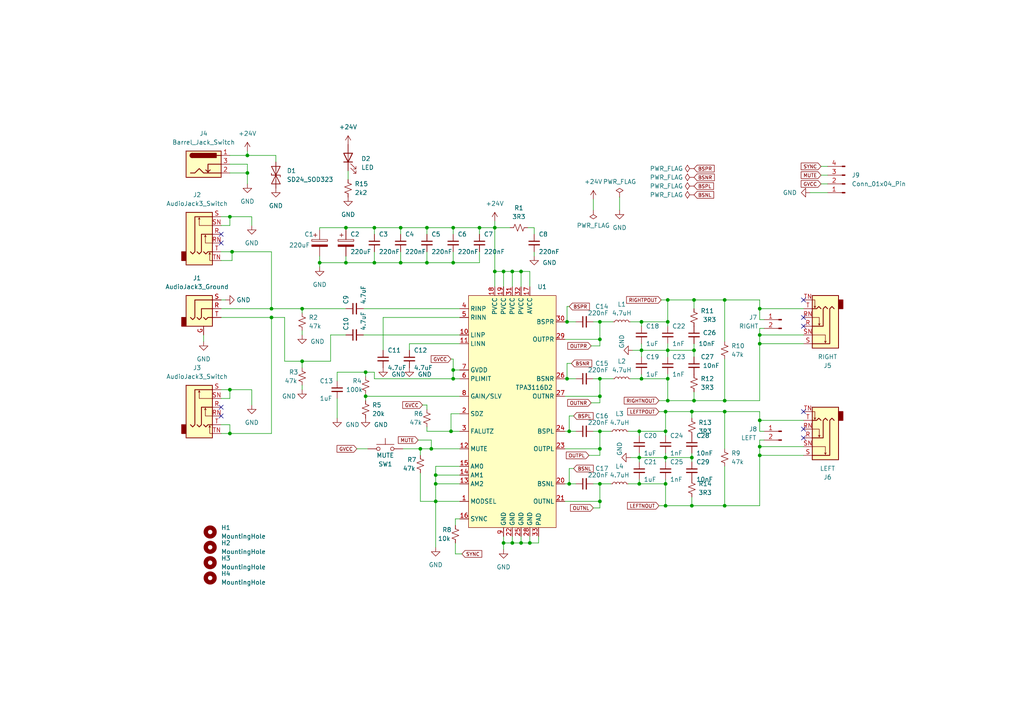
<source format=kicad_sch>
(kicad_sch (version 20230121) (generator eeschema)
  (paper "A4")
  (title_block (title "TPA3116D2 Breakout") (date "2024-04-25") (rev "1"))
  (lib_symbols
    (symbol "Connector:Barrel_Jack_Switch" (pin_names hide)
      (property "Reference" "J" (at 0 5.334 0))
      (property "Value" "Barrel_Jack_Switch" (at 0 -5.08 0))
      (symbol "Barrel_Jack_Switch_1_1"
        (pin passive line (at 7.62 2.54 180) (length 2.54) (name "~") (number "1"))
        (pin passive line (at 7.62 -2.54 180) (length 2.54) (name "~") (number "2"))
        (pin passive line (at 7.62 0 180) (length 2.54) (name "~") (number "3"))
      )
    )
    (symbol "Connector:Conn_01x02_Pin" (pin_names (offset 1.016) hide)
      (property "Reference" "J" (at 0 2.54 0))
      (property "Value" "Conn_01x02_Pin" (at 0 -5.08 0))
      (symbol "Conn_01x02_Pin_1_1"
        (pin passive line (at 5.08 0 180) (length 3.81) (name "Pin_1") (number "1"))
        (pin passive line (at 5.08 -2.54 180) (length 3.81) (name "Pin_2") (number "2"))
      )
    )
    (symbol "Connector:Conn_01x04_Pin" (pin_names (offset 1.016) hide)
      (property "Reference" "J" (at 0 5.08 0))
      (property "Value" "Conn_01x04_Pin" (at 0 -7.62 0))
      (symbol "Conn_01x04_Pin_1_1"
        (pin passive line (at 5.08 2.54 180) (length 3.81) (name "Pin_1") (number "1"))
        (pin passive line (at 5.08 0 180) (length 3.81) (name "Pin_2") (number "2"))
        (pin passive line (at 5.08 -2.54 180) (length 3.81) (name "Pin_3") (number "3"))
        (pin passive line (at 5.08 -5.08 180) (length 3.81) (name "Pin_4") (number "4"))
      )
    )
    (symbol "Connector_Audio:AudioJack3_Switch"
      (property "Reference" "J" (at 0 11.43 0))
      (property "Value" "AudioJack3_Switch" (at 0 8.89 0))
      (symbol "AudioJack3_Switch_1_1"
        (pin passive line (at 5.08 0 180) (length 2.54) (name "~") (number "R"))
        (pin passive line (at 5.08 -2.54 180) (length 2.54) (name "~") (number "RN"))
        (pin passive line (at 5.08 5.08 180) (length 2.54) (name "~") (number "S"))
        (pin passive line (at 5.08 2.54 180) (length 2.54) (name "~") (number "SN"))
        (pin passive line (at 5.08 -5.08 180) (length 2.54) (name "~") (number "T"))
        (pin passive line (at 5.08 -7.62 180) (length 2.54) (name "~") (number "TN"))
      )
    )
    (symbol "Device:C_Polarized" (pin_numbers hide) (pin_names (offset 0.254))
      (property "Reference" "C" (at 0.635 2.54 0))
      (property "Value" "C_Polarized" (at 0.635 -2.54 0))
      (symbol "C_Polarized_1_1"
        (pin passive line (at 0 3.81 270) (length 2.794) (name "~") (number "1"))
        (pin passive line (at 0 -3.81 90) (length 2.794) (name "~") (number "2"))
      )
    )
    (symbol "Device:C_Small" (pin_numbers hide) (pin_names (offset 0.254) hide)
      (property "Reference" "C" (at 0.254 1.778 0))
      (property "Value" "C_Small" (at 0.254 -2.032 0))
      (symbol "C_Small_1_1"
        (pin passive line (at 0 2.54 270) (length 2.032) (name "~") (number "1"))
        (pin passive line (at 0 -2.54 90) (length 2.032) (name "~") (number "2"))
      )
    )
    (symbol "Device:LED" (pin_numbers hide) (pin_names (offset 1.016) hide)
      (property "Reference" "D" (at 0 2.54 0))
      (property "Value" "LED" (at 0 -2.54 0))
      (symbol "LED_1_1"
        (pin passive line (at -3.81 0 0) (length 2.54) (name "K") (number "1"))
        (pin passive line (at 3.81 0 180) (length 2.54) (name "A") (number "2"))
      )
    )
    (symbol "Device:L_Small" (pin_numbers hide) (pin_names (offset 0.254) hide)
      (property "Reference" "L" (at 0.762 1.016 0))
      (property "Value" "L_Small" (at 0.762 -1.016 0))
      (symbol "L_Small_1_1"
        (pin passive line (at 0 2.54 270) (length 0.508) (name "~") (number "1"))
        (pin passive line (at 0 -2.54 90) (length 0.508) (name "~") (number "2"))
      )
    )
    (symbol "Device:R_Small_US" (pin_numbers hide) (pin_names (offset 0.254) hide)
      (property "Reference" "R" (at 0.762 0.508 0))
      (property "Value" "R_Small_US" (at 0.762 -1.016 0))
      (symbol "R_Small_US_1_1"
        (pin passive line (at 0 2.54 270) (length 1.016) (name "~") (number "1"))
        (pin passive line (at 0 -2.54 90) (length 1.016) (name "~") (number "2"))
      )
    )
    (symbol "Diode:SD24_SOD323" (pin_numbers hide) (pin_names (offset 1.016) hide)
      (property "Reference" "D" (at 0 2.54 0))
      (property "Value" "SD24_SOD323" (at 0 -2.54 0))
      (symbol "SD24_SOD323_1_1"
        (pin passive line (at -3.81 0 0) (length 2.54) (name "A1") (number "1"))
        (pin passive line (at 3.81 0 180) (length 2.54) (name "A2") (number "2"))
      )
    )
    (symbol "EzerLonginus:AudioJack3_Ground"
      (property "Reference" "J" (at 0 8.89 0))
      (property "Value" "AudioJack3_Ground" (at 0 6.35 0))
      (symbol "AudioJack3_Ground_1_1"
        (pin passive line (at 0 -7.62 90) (length 2.54) (name "~") (number "G"))
        (pin passive line (at 5.08 0 180) (length 2.54) (name "~") (number "R"))
        (pin passive line (at 5.08 2.54 180) (length 2.54) (name "~") (number "S"))
        (pin passive line (at 5.08 -2.54 180) (length 2.54) (name "~") (number "T"))
      )
    )
    (symbol "EzerLonginus:TPA3116D2"
      (property "Reference" "U" (at 5.08 26.67 0))
      (symbol "TPA3116D2_1_1"
        (pin input line (at -16.51 -19.05 0) (length 2.54) (name "MODSEL") (number "1"))
        (pin input line (at -16.51 29.21 0) (length 2.54) (name "LINP") (number "10"))
        (pin input line (at -16.51 26.67 0) (length 2.54) (name "LINN") (number "11"))
        (pin input line (at -16.51 -3.81 0) (length 2.54) (name "MUTE") (number "12"))
        (pin input line (at -16.51 -13.97 0) (length 2.54) (name "AM2") (number "13"))
        (pin input line (at -16.51 -11.43 0) (length 2.54) (name "AM1") (number "14"))
        (pin input line (at -16.51 -8.89 0) (length 2.54) (name "AM0") (number "15"))
        (pin bidirectional line (at -16.51 -24.13 0) (length 2.54) (name "SYNC") (number "16"))
        (pin power_in line (at 3.81 43.18 270) (length 2.54) (name "AVCC") (number "17"))
        (pin power_in line (at -6.35 43.18 270) (length 2.54) (name "PVCC") (number "18"))
        (pin power_in line (at -3.81 43.18 270) (length 2.54) (name "PVCC") (number "19"))
        (pin input line (at -16.51 6.35 0) (length 2.54) (name "SDZ") (number "2"))
        (pin power_in line (at 13.97 -13.97 180) (length 2.54) (name "BSNL") (number "20"))
        (pin power_out line (at 13.97 -19.05 180) (length 2.54) (name "OUTNL") (number "21"))
        (pin power_in line (at -1.27 -29.21 90) (length 2.54) (name "GND") (number "22"))
        (pin power_out line (at 13.97 -3.81 180) (length 2.54) (name "OUTPL") (number "23"))
        (pin power_in line (at 13.97 1.27 180) (length 2.54) (name "BSPL") (number "24"))
        (pin power_in line (at 1.27 -29.21 90) (length 2.54) (name "GND") (number "25"))
        (pin power_in line (at 13.97 16.51 180) (length 2.54) (name "BSNR") (number "26"))
        (pin power_out line (at 13.97 11.43 180) (length 2.54) (name "OUTNR") (number "27"))
        (pin power_in line (at 3.81 -29.21 90) (length 2.54) (name "GND") (number "28"))
        (pin power_out line (at 13.97 27.94 180) (length 2.54) (name "OUTPR") (number "29"))
        (pin output line (at -16.51 1.27 0) (length 2.54) (name "FALUTZ") (number "3"))
        (pin power_in line (at 13.97 33.02 180) (length 2.54) (name "BSPR") (number "30"))
        (pin power_in line (at -1.27 43.18 270) (length 2.54) (name "PVCC") (number "31"))
        (pin power_in line (at 1.27 43.18 270) (length 2.54) (name "PVCC") (number "32"))
        (pin power_in line (at 6.35 -29.21 90) (length 2.54) (name "PAD") (number "33"))
        (pin input line (at -16.51 36.83 0) (length 2.54) (name "RINP") (number "4"))
        (pin input line (at -16.51 34.29 0) (length 2.54) (name "RINN") (number "5"))
        (pin input line (at -16.51 16.51 0) (length 2.54) (name "PLIMIT") (number "6"))
        (pin power_out line (at -16.51 19.05 0) (length 2.54) (name "GVDD") (number "7"))
        (pin input line (at -16.51 11.43 0) (length 2.54) (name "GAIN/SLV") (number "8"))
        (pin power_in line (at -3.81 -29.21 90) (length 2.54) (name "GND") (number "9"))
      )
    )
    (symbol "Mechanical:MountingHole" (pin_names (offset 1.016))
      (property "Reference" "H" (at 0 5.08 0))
      (property "Value" "MountingHole" (at 0 3.175 0))
    )
    (symbol "Switch:SW_Push" (pin_numbers hide) (pin_names (offset 1.016) hide)
      (property "Reference" "SW" (at 1.27 2.54 0))
      (property "Value" "SW_Push" (at 0 -1.524 0))
      (symbol "SW_Push_0_1"
        (pin passive line (at -5.08 0 0) (length 2.54) (name "1") (number "1"))
        (pin passive line (at 5.08 0 180) (length 2.54) (name "2") (number "2"))
      )
    )
    (symbol "power:+24V" (power) (pin_names (offset 0))
      (property "Value" "+24V" (at 0 3.556 0))
      (symbol "+24V_1_1"
        (pin power_in line (at 0 0 90) (length 0) hide (name "+24V") (number "1"))
      )
    )
    (symbol "power:GND" (power) (pin_names (offset 0))
      (property "Value" "GND" (at 0 -3.81 0))
      (symbol "GND_1_1"
        (pin power_in line (at 0 0 270) (length 0) hide (name "GND") (number "1"))
      )
    )
    (symbol "power:PWR_FLAG" (power) (pin_numbers hide) (pin_names (offset 0) hide)
      (property "Value" "PWR_FLAG" (at 0 3.81 0))
      (symbol "PWR_FLAG_0_0"
        (pin power_out line (at 0 0 90) (length 0) (name "pwr") (number "1"))
      )
    )
  )
  (junction (at 193.04 132.715))
  (junction (at 126.365 140.335))
  (junction (at 210.185 119.38))
  (junction (at 92.71 76.2))
  (junction (at 153.67 157.48))
  (junction (at 131.445 107.315))
  (junction (at 185.42 132.715))
  (junction (at 200.66 132.715))
  (junction (at 173.99 98.425))
  (junction (at 87.63 104.775))
  (junction (at 126.365 145.415))
  (junction (at 165.1 125.095))
  (junction (at 151.13 157.48))
  (junction (at 173.99 93.345))
  (junction (at 193.04 140.335))
  (junction (at 116.205 76.2))
  (junction (at 78.74 89.535))
  (junction (at 139.065 66.04))
  (junction (at 151.13 78.74))
  (junction (at 210.185 86.995))
  (junction (at 193.675 109.855))
  (junction (at 66.675 125.73))
  (junction (at 220.345 129.54))
  (junction (at 143.51 66.04))
  (junction (at 193.04 119.38))
  (junction (at 106.045 107.95))
  (junction (at 173.99 109.855))
  (junction (at 193.04 125.095))
  (junction (at 186.055 109.855))
  (junction (at 210.185 116.205))
  (junction (at 131.445 76.2))
  (junction (at 200.66 146.685))
  (junction (at 71.755 50.165))
  (junction (at 201.295 86.995))
  (junction (at 126.365 137.795))
  (junction (at 66.675 113.03))
  (junction (at 108.585 66.04))
  (junction (at 173.99 145.415))
  (junction (at 164.465 109.855))
  (junction (at 123.825 66.04))
  (junction (at 146.05 78.74))
  (junction (at 193.04 146.685))
  (junction (at 100.33 66.04))
  (junction (at 220.345 89.535))
  (junction (at 125.095 130.175))
  (junction (at 71.755 45.085))
  (junction (at 173.99 130.175))
  (junction (at 200.66 119.38))
  (junction (at 100.33 76.2))
  (junction (at 123.825 76.2))
  (junction (at 67.31 73.025))
  (junction (at 146.05 157.48))
  (junction (at 106.045 114.935))
  (junction (at 193.675 86.995))
  (junction (at 201.295 116.205))
  (junction (at 173.99 125.095))
  (junction (at 186.055 101.6))
  (junction (at 173.99 114.935))
  (junction (at 148.59 157.48))
  (junction (at 186.055 93.345))
  (junction (at 116.205 66.04))
  (junction (at 185.42 140.335))
  (junction (at 173.99 140.335))
  (junction (at 193.675 93.345))
  (junction (at 66.675 62.865))
  (junction (at 87.63 89.535))
  (junction (at 220.345 99.695))
  (junction (at 210.185 146.685))
  (junction (at 78.74 92.075))
  (junction (at 185.42 125.095))
  (junction (at 220.345 97.155))
  (junction (at 164.465 93.345))
  (junction (at 165.1 140.335))
  (junction (at 201.295 101.6))
  (junction (at 143.51 78.74))
  (junction (at 131.445 109.855))
  (junction (at 193.675 101.6))
  (junction (at 220.345 132.08))
  (junction (at 220.345 121.92))
  (junction (at 108.585 76.2))
  (junction (at 130.81 125.095))
  (junction (at 131.445 66.04))
  (junction (at 193.675 116.205))
  (junction (at 148.59 78.74))
  (junction (at 121.92 130.175))
  (no_connect (at 233.045 86.995))
  (no_connect (at 64.135 120.65))
  (no_connect (at 64.135 70.485))
  (no_connect (at 233.045 92.075))
  (no_connect (at 233.045 119.38))
  (no_connect (at 64.135 67.945))
  (no_connect (at 233.045 94.615))
  (no_connect (at 64.135 118.11))
  (no_connect (at 233.045 127))
  (no_connect (at 233.045 124.46))
  (wire (pts (xy 116.205 66.04) (xy 108.585 66.04)))
  (wire (pts (xy 193.675 109.855) (xy 193.675 116.205)))
  (wire (pts (xy 64.135 113.03) (xy 66.675 113.03)))
  (wire (pts (xy 200.66 132.715) (xy 200.66 133.985)))
  (wire (pts (xy 133.35 150.495) (xy 132.08 150.495)))
  (wire (pts (xy 131.445 76.2) (xy 123.825 76.2)))
  (wire (pts (xy 108.585 109.855) (xy 131.445 109.855)))
  (wire (pts (xy 163.83 109.855) (xy 164.465 109.855)))
  (wire (pts (xy 106.045 114.935) (xy 106.045 116.205)))
  (wire (pts (xy 165.1 135.89) (xy 165.1 140.335)))
  (wire (pts (xy 100.33 66.04) (xy 100.33 66.675)))
  (wire (pts (xy 186.055 93.345) (xy 186.055 94.615)))
  (wire (pts (xy 210.185 104.14) (xy 210.185 116.205)))
  (wire (pts (xy 185.42 131.445) (xy 185.42 132.715)))
  (wire (pts (xy 118.745 99.695) (xy 118.745 101.6)))
  (wire (pts (xy 220.345 89.535) (xy 220.345 86.995)))
  (wire (pts (xy 64.135 89.535) (xy 78.74 89.535)))
  (wire (pts (xy 66.675 47.625) (xy 71.755 47.625)))
  (wire (pts (xy 186.055 101.6) (xy 186.055 103.505)))
  (wire (pts (xy 116.205 66.04) (xy 116.205 67.945)))
  (wire (pts (xy 173.99 109.855) (xy 172.085 109.855)))
  (wire (pts (xy 126.365 135.255) (xy 126.365 137.795)))
  (wire (pts (xy 240.03 53.34) (xy 238.125 53.34)))
  (wire (pts (xy 146.05 157.48) (xy 146.05 159.385)))
  (wire (pts (xy 193.675 116.205) (xy 201.295 116.205)))
  (wire (pts (xy 171.45 116.84) (xy 173.99 116.84)))
  (wire (pts (xy 132.08 157.48) (xy 132.08 160.655)))
  (wire (pts (xy 130.81 125.095) (xy 133.35 125.095)))
  (wire (pts (xy 179.705 60.96) (xy 179.705 57.15)))
  (wire (pts (xy 131.445 107.315) (xy 131.445 109.855)))
  (wire (pts (xy 201.295 113.665) (xy 201.295 116.205)))
  (wire (pts (xy 71.755 45.085) (xy 80.01 45.085)))
  (wire (pts (xy 132.08 160.655) (xy 133.985 160.655)))
  (wire (pts (xy 193.04 132.715) (xy 193.04 133.985)))
  (wire (pts (xy 233.045 97.155) (xy 220.345 97.155)))
  (wire (pts (xy 200.66 144.145) (xy 200.66 146.685)))
  (wire (pts (xy 173.99 140.335) (xy 172.085 140.335)))
  (wire (pts (xy 131.445 104.14) (xy 131.445 107.315)))
  (wire (pts (xy 165.1 140.335) (xy 167.005 140.335)))
  (wire (pts (xy 193.675 93.345) (xy 193.675 86.995)))
  (wire (pts (xy 126.365 137.795) (xy 133.35 137.795)))
  (wire (pts (xy 173.99 114.935) (xy 173.99 109.855)))
  (wire (pts (xy 193.675 86.995) (xy 201.295 86.995)))
  (wire (pts (xy 92.71 76.2) (xy 92.71 74.295)))
  (wire (pts (xy 185.42 125.095) (xy 193.04 125.095)))
  (wire (pts (xy 201.295 99.695) (xy 201.295 101.6)))
  (wire (pts (xy 173.99 93.345) (xy 172.085 93.345)))
  (wire (pts (xy 186.055 109.855) (xy 182.88 109.855)))
  (wire (pts (xy 65.405 86.995) (xy 64.135 86.995)))
  (wire (pts (xy 132.08 150.495) (xy 132.08 152.4)))
  (wire (pts (xy 131.445 73.025) (xy 131.445 76.2)))
  (wire (pts (xy 210.185 86.995) (xy 220.345 86.995)))
  (wire (pts (xy 154.94 66.04) (xy 154.94 67.945)))
  (wire (pts (xy 105.41 97.155) (xy 133.35 97.155)))
  (wire (pts (xy 185.42 140.335) (xy 193.04 140.335)))
  (wire (pts (xy 193.04 140.335) (xy 193.04 146.685)))
  (wire (pts (xy 143.51 66.04) (xy 139.065 66.04)))
  (wire (pts (xy 125.095 130.175) (xy 121.92 130.175)))
  (wire (pts (xy 163.83 114.935) (xy 173.99 114.935)))
  (wire (pts (xy 108.585 73.025) (xy 108.585 76.2)))
  (wire (pts (xy 193.04 125.095) (xy 193.04 119.38)))
  (wire (pts (xy 185.42 140.335) (xy 185.42 139.065)))
  (wire (pts (xy 210.185 119.38) (xy 220.345 119.38)))
  (wire (pts (xy 108.585 76.2) (xy 100.33 76.2)))
  (wire (pts (xy 121.285 127.635) (xy 125.095 127.635)))
  (wire (pts (xy 95.885 97.155) (xy 100.33 97.155)))
  (wire (pts (xy 165.1 88.9) (xy 164.465 88.9)))
  (wire (pts (xy 220.345 97.155) (xy 220.345 99.695)))
  (wire (pts (xy 210.185 86.995) (xy 210.185 99.06)))
  (wire (pts (xy 125.095 127.635) (xy 125.095 130.175)))
  (wire (pts (xy 164.465 88.9) (xy 164.465 93.345)))
  (wire (pts (xy 165.1 125.095) (xy 167.005 125.095)))
  (wire (pts (xy 80.01 45.085) (xy 80.01 46.99)))
  (wire (pts (xy 182.88 93.345) (xy 186.055 93.345)))
  (wire (pts (xy 64.135 123.19) (xy 66.675 123.19)))
  (wire (pts (xy 126.365 145.415) (xy 121.92 145.415)))
  (wire (pts (xy 201.295 86.995) (xy 210.185 86.995)))
  (wire (pts (xy 186.055 99.695) (xy 186.055 101.6)))
  (wire (pts (xy 122.555 117.475) (xy 123.825 117.475)))
  (wire (pts (xy 126.365 140.335) (xy 126.365 145.415)))
  (wire (pts (xy 170.815 132.08) (xy 173.99 132.08)))
  (wire (pts (xy 193.675 108.585) (xy 193.675 109.855)))
  (wire (pts (xy 130.81 104.14) (xy 131.445 104.14)))
  (wire (pts (xy 233.045 129.54) (xy 220.345 129.54)))
  (wire (pts (xy 66.675 50.165) (xy 71.755 50.165)))
  (wire (pts (xy 108.585 66.04) (xy 108.585 67.945)))
  (wire (pts (xy 66.675 125.73) (xy 78.74 125.73)))
  (wire (pts (xy 193.04 146.685) (xy 200.66 146.685)))
  (wire (pts (xy 173.99 109.855) (xy 177.8 109.855)))
  (wire (pts (xy 143.51 78.74) (xy 143.51 83.185)))
  (wire (pts (xy 95.885 104.775) (xy 95.885 97.155)))
  (wire (pts (xy 106.045 107.95) (xy 108.585 107.95)))
  (wire (pts (xy 171.45 100.33) (xy 173.99 100.33)))
  (wire (pts (xy 164.465 109.855) (xy 167.005 109.855)))
  (wire (pts (xy 233.045 121.92) (xy 220.345 121.92)))
  (wire (pts (xy 67.31 75.565) (xy 67.31 73.025)))
  (wire (pts (xy 67.31 73.025) (xy 78.74 73.025)))
  (wire (pts (xy 146.05 155.575) (xy 146.05 157.48)))
  (wire (pts (xy 97.79 121.285) (xy 97.79 115.57)))
  (wire (pts (xy 126.365 140.335) (xy 133.35 140.335)))
  (wire (pts (xy 100.965 49.53) (xy 100.965 52.07)))
  (wire (pts (xy 148.59 155.575) (xy 148.59 157.48)))
  (wire (pts (xy 191.135 146.685) (xy 193.04 146.685)))
  (wire (pts (xy 173.99 125.095) (xy 177.165 125.095)))
  (wire (pts (xy 173.99 98.425) (xy 173.99 93.345)))
  (wire (pts (xy 87.63 97.155) (xy 87.63 95.885)))
  (wire (pts (xy 139.065 76.2) (xy 131.445 76.2)))
  (wire (pts (xy 163.83 93.345) (xy 164.465 93.345)))
  (wire (pts (xy 163.83 125.095) (xy 165.1 125.095)))
  (wire (pts (xy 133.35 107.315) (xy 131.445 107.315)))
  (wire (pts (xy 71.755 50.165) (xy 71.755 53.34)))
  (wire (pts (xy 97.79 107.95) (xy 97.79 110.49)))
  (wire (pts (xy 220.345 132.08) (xy 220.345 146.685)))
  (wire (pts (xy 64.135 92.075) (xy 78.74 92.075)))
  (wire (pts (xy 106.045 109.22) (xy 106.045 107.95)))
  (wire (pts (xy 133.35 120.015) (xy 130.81 120.015)))
  (wire (pts (xy 78.74 73.025) (xy 78.74 89.535)))
  (wire (pts (xy 66.675 123.19) (xy 66.675 125.73)))
  (wire (pts (xy 133.35 130.175) (xy 125.095 130.175)))
  (wire (pts (xy 182.245 140.335) (xy 185.42 140.335)))
  (wire (pts (xy 185.42 125.095) (xy 185.42 126.365)))
  (wire (pts (xy 103.505 130.175) (xy 106.68 130.175)))
  (wire (pts (xy 220.345 127.635) (xy 220.345 129.54)))
  (wire (pts (xy 131.445 66.04) (xy 123.825 66.04)))
  (wire (pts (xy 92.71 66.04) (xy 92.71 66.675)))
  (wire (pts (xy 133.35 114.935) (xy 106.045 114.935)))
  (wire (pts (xy 200.66 119.38) (xy 210.185 119.38)))
  (wire (pts (xy 78.74 125.73) (xy 78.74 92.075)))
  (wire (pts (xy 221.615 95.25) (xy 220.345 95.25)))
  (wire (pts (xy 220.345 125.095) (xy 220.345 121.92)))
  (wire (pts (xy 133.35 92.075) (xy 111.125 92.075)))
  (wire (pts (xy 87.63 89.535) (xy 100.33 89.535)))
  (wire (pts (xy 183.515 101.6) (xy 186.055 101.6)))
  (wire (pts (xy 66.675 115.57) (xy 66.675 113.03)))
  (wire (pts (xy 221.615 92.71) (xy 220.345 92.71)))
  (wire (pts (xy 173.99 147.32) (xy 173.99 145.415)))
  (wire (pts (xy 166.37 135.89) (xy 165.1 135.89)))
  (wire (pts (xy 210.185 119.38) (xy 210.185 130.175)))
  (wire (pts (xy 240.03 48.26) (xy 238.125 48.26)))
  (wire (pts (xy 193.675 99.695) (xy 193.675 101.6)))
  (wire (pts (xy 201.295 116.205) (xy 210.185 116.205)))
  (wire (pts (xy 234.95 55.88) (xy 240.03 55.88)))
  (wire (pts (xy 100.33 76.2) (xy 92.71 76.2)))
  (wire (pts (xy 156.21 157.48) (xy 156.21 155.575)))
  (wire (pts (xy 130.81 120.015) (xy 130.81 125.095)))
  (wire (pts (xy 123.825 66.04) (xy 123.825 67.945)))
  (wire (pts (xy 240.03 50.8) (xy 238.125 50.8)))
  (wire (pts (xy 126.365 137.795) (xy 126.365 140.335)))
  (wire (pts (xy 105.41 89.535) (xy 133.35 89.535)))
  (wire (pts (xy 201.295 86.995) (xy 201.295 89.535)))
  (wire (pts (xy 133.35 99.695) (xy 118.745 99.695)))
  (wire (pts (xy 172.085 57.785) (xy 172.085 60.96)))
  (wire (pts (xy 233.045 89.535) (xy 220.345 89.535)))
  (wire (pts (xy 130.81 125.095) (xy 123.825 125.095)))
  (wire (pts (xy 126.365 145.415) (xy 133.35 145.415)))
  (wire (pts (xy 153.035 66.04) (xy 154.94 66.04)))
  (wire (pts (xy 151.13 157.48) (xy 153.67 157.48)))
  (wire (pts (xy 64.135 115.57) (xy 66.675 115.57)))
  (wire (pts (xy 121.92 145.415) (xy 121.92 137.16)))
  (wire (pts (xy 66.675 45.085) (xy 71.755 45.085)))
  (wire (pts (xy 193.675 93.345) (xy 193.675 94.615)))
  (wire (pts (xy 200.66 119.38) (xy 200.66 121.285)))
  (wire (pts (xy 173.99 125.095) (xy 172.085 125.095)))
  (wire (pts (xy 139.065 73.025) (xy 139.065 76.2)))
  (wire (pts (xy 151.13 78.74) (xy 153.67 78.74)))
  (wire (pts (xy 153.67 78.74) (xy 153.67 83.185)))
  (wire (pts (xy 92.71 76.2) (xy 92.71 77.47)))
  (wire (pts (xy 151.13 155.575) (xy 151.13 157.48)))
  (wire (pts (xy 182.88 132.715) (xy 185.42 132.715)))
  (wire (pts (xy 154.94 74.295) (xy 154.94 73.025)))
  (wire (pts (xy 64.135 62.865) (xy 66.675 62.865)))
  (wire (pts (xy 111.125 92.075) (xy 111.125 101.6)))
  (wire (pts (xy 123.825 66.04) (xy 116.205 66.04)))
  (wire (pts (xy 221.615 125.095) (xy 220.345 125.095)))
  (wire (pts (xy 121.92 130.175) (xy 121.92 132.08)))
  (wire (pts (xy 173.99 140.335) (xy 177.165 140.335)))
  (wire (pts (xy 146.05 78.74) (xy 148.59 78.74)))
  (wire (pts (xy 146.05 78.74) (xy 146.05 83.185)))
  (wire (pts (xy 200.66 146.685) (xy 210.185 146.685)))
  (wire (pts (xy 164.465 93.345) (xy 167.005 93.345)))
  (wire (pts (xy 143.51 66.04) (xy 147.955 66.04)))
  (wire (pts (xy 123.825 76.2) (xy 116.205 76.2)))
  (wire (pts (xy 233.045 132.08) (xy 220.345 132.08)))
  (wire (pts (xy 210.185 135.255) (xy 210.185 146.685)))
  (wire (pts (xy 87.63 113.03) (xy 87.63 111.76)))
  (wire (pts (xy 123.825 117.475) (xy 123.825 118.745)))
  (wire (pts (xy 165.1 120.65) (xy 165.1 125.095)))
  (wire (pts (xy 133.35 135.255) (xy 126.365 135.255)))
  (wire (pts (xy 193.04 131.445) (xy 193.04 132.715)))
  (wire (pts (xy 193.04 132.715) (xy 200.66 132.715)))
  (wire (pts (xy 126.365 145.415) (xy 126.365 158.75)))
  (wire (pts (xy 71.755 47.625) (xy 71.755 50.165)))
  (wire (pts (xy 100.33 74.295) (xy 100.33 76.2)))
  (wire (pts (xy 182.245 125.095) (xy 185.42 125.095)))
  (wire (pts (xy 164.465 105.41) (xy 164.465 109.855)))
  (wire (pts (xy 173.99 116.84) (xy 173.99 114.935)))
  (wire (pts (xy 220.345 146.685) (xy 210.185 146.685)))
  (wire (pts (xy 221.615 127.635) (xy 220.345 127.635)))
  (wire (pts (xy 153.67 157.48) (xy 156.21 157.48)))
  (wire (pts (xy 108.585 66.04) (xy 100.33 66.04)))
  (wire (pts (xy 143.51 64.135) (xy 143.51 66.04)))
  (wire (pts (xy 139.065 66.04) (xy 131.445 66.04)))
  (wire (pts (xy 82.55 92.075) (xy 82.55 104.775)))
  (wire (pts (xy 173.99 130.175) (xy 173.99 125.095)))
  (wire (pts (xy 191.135 116.205) (xy 193.675 116.205)))
  (wire (pts (xy 64.135 65.405) (xy 66.675 65.405)))
  (wire (pts (xy 220.345 89.535) (xy 220.345 92.71)))
  (wire (pts (xy 148.59 157.48) (xy 151.13 157.48)))
  (wire (pts (xy 108.585 107.95) (xy 108.585 109.855)))
  (wire (pts (xy 173.99 145.415) (xy 173.99 140.335)))
  (wire (pts (xy 193.675 101.6) (xy 201.295 101.6)))
  (wire (pts (xy 116.84 130.175) (xy 121.92 130.175)))
  (wire (pts (xy 193.675 101.6) (xy 193.675 103.505)))
  (wire (pts (xy 200.66 132.715) (xy 200.66 131.445)))
  (wire (pts (xy 165.735 105.41) (xy 164.465 105.41)))
  (wire (pts (xy 131.445 66.04) (xy 131.445 67.945)))
  (wire (pts (xy 220.345 95.25) (xy 220.345 97.155)))
  (wire (pts (xy 116.205 76.2) (xy 108.585 76.2)))
  (wire (pts (xy 220.345 129.54) (xy 220.345 132.08)))
  (wire (pts (xy 116.205 73.025) (xy 116.205 76.2)))
  (wire (pts (xy 87.63 89.535) (xy 87.63 90.805)))
  (wire (pts (xy 193.04 139.065) (xy 193.04 140.335)))
  (wire (pts (xy 173.99 93.345) (xy 177.8 93.345)))
  (wire (pts (xy 123.825 123.825) (xy 123.825 125.095)))
  (wire (pts (xy 163.83 145.415) (xy 173.99 145.415)))
  (wire (pts (xy 64.135 73.025) (xy 67.31 73.025)))
  (wire (pts (xy 66.675 113.03) (xy 73.025 113.03)))
  (wire (pts (xy 87.63 104.775) (xy 87.63 106.68)))
  (wire (pts (xy 78.74 92.075) (xy 82.55 92.075)))
  (wire (pts (xy 191.135 119.38) (xy 193.04 119.38)))
  (wire (pts (xy 71.755 45.085) (xy 71.755 43.815)))
  (wire (pts (xy 186.055 93.345) (xy 193.675 93.345)))
  (wire (pts (xy 185.42 132.715) (xy 185.42 133.985)))
  (wire (pts (xy 220.345 121.92) (xy 220.345 119.38)))
  (wire (pts (xy 82.55 104.775) (xy 87.63 104.775)))
  (wire (pts (xy 106.045 114.935) (xy 106.045 114.3)))
  (wire (pts (xy 201.295 101.6) (xy 201.295 103.505)))
  (wire (pts (xy 143.51 78.74) (xy 146.05 78.74)))
  (wire (pts (xy 66.675 62.865) (xy 73.025 62.865)))
  (wire (pts (xy 172.085 147.32) (xy 173.99 147.32)))
  (wire (pts (xy 64.135 125.73) (xy 66.675 125.73)))
  (wire (pts (xy 78.74 89.535) (xy 87.63 89.535)))
  (wire (pts (xy 220.345 99.695) (xy 220.345 116.205)))
  (wire (pts (xy 123.825 73.025) (xy 123.825 76.2)))
  (wire (pts (xy 146.05 157.48) (xy 148.59 157.48)))
  (wire (pts (xy 220.345 116.205) (xy 210.185 116.205)))
  (wire (pts (xy 166.37 120.65) (xy 165.1 120.65)))
  (wire (pts (xy 173.99 100.33) (xy 173.99 98.425)))
  (wire (pts (xy 185.42 132.715) (xy 193.04 132.715)))
  (wire (pts (xy 151.13 78.74) (xy 151.13 83.185)))
  (wire (pts (xy 193.04 125.095) (xy 193.04 126.365)))
  (wire (pts (xy 233.045 99.695) (xy 220.345 99.695)))
  (wire (pts (xy 193.04 119.38) (xy 200.66 119.38)))
  (wire (pts (xy 73.025 62.865) (xy 73.025 65.405)))
  (wire (pts (xy 73.025 113.03) (xy 73.025 117.475)))
  (wire (pts (xy 87.63 104.775) (xy 95.885 104.775)))
  (wire (pts (xy 100.33 66.04) (xy 92.71 66.04)))
  (wire (pts (xy 186.055 109.855) (xy 193.675 109.855)))
  (wire (pts (xy 163.83 140.335) (xy 165.1 140.335)))
  (wire (pts (xy 59.055 99.06) (xy 59.055 97.155)))
  (wire (pts (xy 173.99 132.08) (xy 173.99 130.175)))
  (wire (pts (xy 131.445 109.855) (xy 133.35 109.855)))
  (wire (pts (xy 66.675 65.405) (xy 66.675 62.865)))
  (wire (pts (xy 153.67 155.575) (xy 153.67 157.48)))
  (wire (pts (xy 143.51 66.04) (xy 143.51 78.74)))
  (wire (pts (xy 186.055 101.6) (xy 193.675 101.6)))
  (wire (pts (xy 139.065 66.04) (xy 139.065 67.945)))
  (wire (pts (xy 191.77 86.995) (xy 193.675 86.995)))
  (wire (pts (xy 148.59 78.74) (xy 148.59 83.185)))
  (wire (pts (xy 64.135 75.565) (xy 67.31 75.565)))
  (wire (pts (xy 148.59 78.74) (xy 151.13 78.74)))
  (wire (pts (xy 106.045 107.95) (xy 97.79 107.95)))
  (wire (pts (xy 186.055 108.585) (xy 186.055 109.855)))
  (wire (pts (xy 163.83 98.425) (xy 173.99 98.425)))
  (wire (pts (xy 163.83 130.175) (xy 173.99 130.175)))
  (global_label "SYNC" (shape input) (at 238.125 48.26 180) (effects (font (size 1 1))) (property "Intersheetrefs" "${INTERSHEET_REFS}" (effects hide)))
  (global_label "BSNL" (shape input) (at 166.37 135.89 0) (effects (font (size 1 1))) (property "Intersheetrefs" "${INTERSHEET_REFS}" (effects hide)))
  (global_label "BSNR" (shape input) (at 165.735 105.41 0) (effects (font (size 1 1))) (property "Intersheetrefs" "${INTERSHEET_REFS}" (effects hide)))
  (global_label "OUTNR" (shape input) (at 171.45 116.84 180) (effects (font (size 1 1))) (property "Intersheetrefs" "${INTERSHEET_REFS}" (effects hide)))
  (global_label "GVCC" (shape input) (at 103.505 130.175 180) (effects (font (size 1 1))) (property "Intersheetrefs" "${INTERSHEET_REFS}" (effects hide)))
  (global_label "GVCC" (shape input) (at 238.125 53.34 180) (effects (font (size 1 1))) (property "Intersheetrefs" "${INTERSHEET_REFS}" (effects hide)))
  (global_label "GVCC" (shape input) (at 130.81 104.14 180) (effects (font (size 1 1))) (property "Intersheetrefs" "${INTERSHEET_REFS}" (effects hide)))
  (global_label "MUTE" (shape input) (at 121.285 127.635 180) (effects (font (size 1 1))) (property "Intersheetrefs" "${INTERSHEET_REFS}" (effects hide)))
  (global_label "LEFTNOUT" (shape input) (at 191.135 146.685 180) (effects (font (size 1 1))) (property "Intersheetrefs" "${INTERSHEET_REFS}" (effects hide)) (property "OUTLN" "Audio" (effects hide)))
  (global_label "RIGHTPOUT" (shape input) (at 191.77 86.995 180) (effects (font (size 1 1))) (property "Intersheetrefs" "${INTERSHEET_REFS}" (effects hide)) (property "RIGHTPOUT" "Audio" (effects hide)))
  (global_label "BSPL" (shape input) (at 201.295 53.975 0) (effects (font (size 1 1))) (property "Intersheetrefs" "${INTERSHEET_REFS}" (effects hide)))
  (global_label "MUTE" (shape input) (at 238.125 50.8 180) (effects (font (size 1 1))) (property "Intersheetrefs" "${INTERSHEET_REFS}" (effects hide)))
  (global_label "OUTPR" (shape input) (at 171.45 100.33 180) (effects (font (size 1 1))) (property "Intersheetrefs" "${INTERSHEET_REFS}" (effects hide)))
  (global_label "BSNL" (shape input) (at 201.295 56.515 0) (effects (font (size 1 1))) (property "Intersheetrefs" "${INTERSHEET_REFS}" (effects hide)))
  (global_label "GVCC" (shape input) (at 122.555 117.475 180) (effects (font (size 1 1))) (property "Intersheetrefs" "${INTERSHEET_REFS}" (effects hide)))
  (global_label "OUTPL" (shape input) (at 170.815 132.08 180) (effects (font (size 1 1))) (property "Intersheetrefs" "${INTERSHEET_REFS}" (effects hide)))
  (global_label "BSNR" (shape input) (at 201.295 51.435 0) (effects (font (size 1 1))) (property "Intersheetrefs" "${INTERSHEET_REFS}" (effects hide)))
  (global_label "BSPL" (shape input) (at 166.37 120.65 0) (effects (font (size 1 1))) (property "Intersheetrefs" "${INTERSHEET_REFS}" (effects hide)))
  (global_label "OUTNL" (shape input) (at 172.085 147.32 180) (effects (font (size 1 1))) (property "Intersheetrefs" "${INTERSHEET_REFS}" (effects hide)))
  (global_label "BSPR" (shape input) (at 165.1 88.9 0) (effects (font (size 1 1))) (property "Intersheetrefs" "${INTERSHEET_REFS}" (effects hide)))
  (global_label "LEFTPOUT" (shape input) (at 191.135 119.38 180) (effects (font (size 1 1))) (property "Intersheetrefs" "${INTERSHEET_REFS}" (effects hide)) (property "Netclass" "Audio" (effects hide)))
  (global_label "BSPR" (shape input) (at 201.295 48.895 0) (effects (font (size 1 1))) (property "Intersheetrefs" "${INTERSHEET_REFS}" (effects hide)))
  (global_label "SYNC" (shape input) (at 133.985 160.655 0) (effects (font (size 1 1))) (property "Intersheetrefs" "${INTERSHEET_REFS}" (effects hide)))
  (global_label "RIGHTNOUT" (shape input) (at 191.135 116.205 180) (effects (font (size 1 1))) (property "Intersheetrefs" "${INTERSHEET_REFS}" (effects hide)) (property "Netclass" "Audio" (effects hide)))
  (symbol (lib_id "Device:C_Small") (at 97.79 113.03 0) (unit 1)
    (property "Reference" "C13" (at 92.71 110.49 0) (effects (justify left)))
    (property "Value" "1uF" (at 92.71 115.57 0) (effects (justify left)))
    (property "Footprint" "Capacitor_SMD:C_0603_1608Metric" (effects hide))
  )
  (symbol (lib_id "power:+24V") (at 71.755 43.815 0) (unit 1)
    (property "Reference" "#PWR016" (effects hide))
    (property "Value" "+24V" (at 71.755 38.735 0))
  )
  (symbol (lib_id "power:GND") (at 179.705 60.96 0) (unit 1)
    (property "Reference" "#PWR023" (effects hide))
    (property "Value" "GND" (at 179.705 66.04 0))
  )
  (symbol (lib_id "Device:C_Small") (at 108.585 70.485 0) (unit 1)
    (property "Reference" "C3" (at 109.855 67.945 0) (effects (justify left)))
    (property "Value" "220nF" (at 109.855 73.025 0) (effects (justify left)))
    (property "Footprint" "Capacitor_SMD:C_0603_1608Metric" (effects hide))
  )
  (symbol (lib_id "Device:C_Small") (at 118.745 104.14 0) (unit 1)
    (property "Reference" "C12" (at 120.015 101.6 0) (effects (justify left)))
    (property "Value" "4.7uF" (at 120.015 106.68 0) (effects (justify left)))
    (property "Footprint" "Capacitor_SMD:C_0603_1608Metric" (effects hide))
  )
  (symbol (lib_id "Device:C_Small") (at 193.675 106.045 0) (unit 1)
    (property "Reference" "C23" (at 194.945 103.505 0) (effects (justify left)))
    (property "Value" "1nF" (at 194.945 108.585 0) (effects (justify left)))
    (property "Footprint" "Capacitor_SMD:C_0603_1608Metric" (effects hide))
  )
  (symbol (lib_id "power:PWR_FLAG") (at 201.295 48.895 90) (unit 1)
    (property "Reference" "#FLG03" (effects hide))
    (property "Value" "PWR_FLAG" (at 198.12 48.895 90) (effects (justify left)))
  )
  (symbol (lib_id "Connector_Audio:AudioJack3_Switch") (at 238.125 94.615 180) (unit 1)
    (property "Reference" "J5" (at 240.03 106.045 0))
    (property "Value" "RIGHT" (at 240.03 103.505 0))
    (property "Footprint" "Connector_Audio:Jack_6.35mm_Neutrik_NRJ6HF-AU_Horizontal" (effects hide))
  )
  (symbol (lib_id "Connector:Conn_01x04_Pin") (at 245.11 53.34 180) (unit 1)
    (property "Reference" "J9" (at 247.015 50.8 0) (effects (justify right)))
    (property "Value" "Conn_01x04_Pin" (at 247.015 53.34 0) (effects (justify right)))
    (property "Footprint" "Connector_PinHeader_2.54mm:PinHeader_1x04_P2.54mm_Vertical" (effects hide))
  )
  (symbol (lib_id "Device:C_Small") (at 116.205 70.485 0) (unit 1)
    (property "Reference" "C4" (at 117.475 67.945 0) (effects (justify left)))
    (property "Value" "220nF" (at 117.475 73.025 0) (effects (justify left)))
    (property "Footprint" "Capacitor_SMD:C_0603_1608Metric" (effects hide))
  )
  (symbol (lib_id "Device:C_Small") (at 186.055 97.155 0) (unit 1)
    (property "Reference" "C18" (at 187.325 94.615 0) (effects (justify left)))
    (property "Value" "1uF" (at 187.325 99.695 0) (effects (justify left)))
    (property "Footprint" "Capacitor_SMD:C_1206_3216Metric" (effects hide))
  )
  (symbol (lib_id "power:GND") (at 65.405 86.995 90) (unit 1)
    (property "Reference" "#PWR014" (effects hide))
    (property "Value" "GND" (at 68.58 86.995 90) (effects (justify right)))
  )
  (symbol (lib_id "Device:C_Small") (at 185.42 136.525 0) (unit 1)
    (property "Reference" "C21" (at 186.69 133.985 0) (effects (justify left)))
    (property "Value" "1uF" (at 186.69 139.065 0) (effects (justify left)))
    (property "Footprint" "Capacitor_SMD:C_1206_3216Metric" (effects hide))
  )
  (symbol (lib_id "power:PWR_FLAG") (at 201.295 56.515 90) (unit 1)
    (property "Reference" "#FLG06" (effects hide))
    (property "Value" "PWR_FLAG" (at 198.12 56.515 90) (effects (justify left)))
  )
  (symbol (lib_id "Device:C_Small") (at 169.545 125.095 90) (unit 1)
    (property "Reference" "C16" (at 176.53 120.65 90) (effects (justify left)))
    (property "Value" "220nF" (at 176.53 122.555 90) (effects (justify left)))
    (property "Footprint" "Capacitor_SMD:C_0603_1608Metric" (effects hide))
  )
  (symbol (lib_id "power:GND") (at 106.045 121.285 0) (unit 1)
    (property "Reference" "#PWR010" (effects hide))
    (property "Value" "GND" (at 110.49 123.19 0))
  )
  (symbol (lib_id "power:GND") (at 92.71 77.47 0) (unit 1)
    (property "Reference" "#PWR03" (effects hide))
    (property "Value" "GND" (at 92.71 82.55 0))
  )
  (symbol (lib_id "Device:C_Small") (at 139.065 70.485 0) (unit 1)
    (property "Reference" "C7" (at 140.335 67.945 0) (effects (justify left)))
    (property "Value" "220nF" (at 140.335 73.025 0) (effects (justify left)))
    (property "Footprint" "Capacitor_SMD:C_0603_1608Metric" (effects hide))
  )
  (symbol (lib_id "Device:C_Polarized") (at 100.33 70.485 0) (unit 1)
    (property "Reference" "C2" (at 101.6 67.945 0) (effects (justify left)))
    (property "Value" "220uF" (at 101.6 73.025 0) (effects (justify left)))
    (property "Footprint" "Capacitor_SMD:CP_Elec_10x12.6" (effects hide))
  )
  (symbol (lib_id "Mechanical:MountingHole") (at 60.96 154.305 0) (unit 1)
    (property "Reference" "H1" (at 64.135 153.035 0) (effects (justify left)))
    (property "Value" "MountingHole" (at 64.135 155.575 0) (effects (justify left)))
    (property "Footprint" "MountingHole:MountingHole_3.2mm_M3_DIN965_Pad" (effects hide))
  )
  (symbol (lib_id "Device:C_Small") (at 169.545 93.345 90) (unit 1)
    (property "Reference" "C14" (at 176.53 88.9 90) (effects (justify left)))
    (property "Value" "220nF" (at 176.53 90.805 90) (effects (justify left)))
    (property "Footprint" "Capacitor_SMD:C_0603_1608Metric" (effects hide))
  )
  (symbol (lib_id "EzerLonginus:AudioJack3_Ground") (at 59.055 89.535 0) (unit 1)
    (property "Reference" "J1" (at 57.15 80.645 0))
    (property "Value" "AudioJack3_Ground" (at 57.15 83.185 0))
    (property "Footprint" "ELonginus:6.35mm headphone jack PJ-611A" (effects hide))
  )
  (symbol (lib_id "Device:L_Small") (at 180.34 93.345 90) (unit 1)
    (property "Reference" "L1" (at 180.34 88.265 90))
    (property "Value" "4.7uH" (at 180.34 90.805 90))
    (property "Footprint" "ELonginus:DR73 Inductor" (effects hide))
  )
  (symbol (lib_id "power:GND") (at 234.95 55.88 270) (unit 1)
    (property "Reference" "#PWR021" (effects hide))
    (property "Value" "GND" (at 231.14 55.88 90) (effects (justify right)))
  )
  (symbol (lib_id "power:GND") (at 111.125 106.68 0) (unit 1)
    (property "Reference" "#PWR07" (effects hide))
    (property "Value" "GND" (at 115.57 108.585 0))
  )
  (symbol (lib_id "power:GND") (at 87.63 113.03 0) (unit 1)
    (property "Reference" "#PWR06" (effects hide))
    (property "Value" "GND" (at 83.82 114.935 0))
  )
  (symbol (lib_id "power:GND") (at 73.025 65.405 0) (unit 1)
    (property "Reference" "#PWR012" (effects hide))
    (property "Value" "GND" (at 73.025 70.485 0))
  )
  (symbol (lib_id "power:GND") (at 73.025 117.475 0) (unit 1)
    (property "Reference" "#PWR013" (effects hide))
    (property "Value" "GND" (at 73.025 122.555 0))
  )
  (symbol (lib_id "Device:R_Small_US") (at 106.045 118.745 0) (unit 1)
    (property "Reference" "R5" (at 107.95 117.475 0) (effects (justify left)))
    (property "Value" "20k" (at 107.95 120.015 0) (effects (justify left)))
    (property "Footprint" "Resistor_SMD:R_0603_1608Metric" (effects hide))
  )
  (symbol (lib_id "Device:C_Small") (at 201.295 106.045 0) (unit 1)
    (property "Reference" "C27" (at 203.2 103.505 0) (effects (justify left)))
    (property "Value" "10nF" (at 203.835 106.045 0) (effects (justify left)))
    (property "Footprint" "Capacitor_SMD:C_0603_1608Metric" (effects hide))
  )
  (symbol (lib_id "Device:R_Small_US") (at 201.295 111.125 0) (unit 1)
    (property "Reference" "R12" (at 203.2 109.855 0) (effects (justify left)))
    (property "Value" "3R3" (at 203.2 112.395 0) (effects (justify left)))
    (property "Footprint" "Resistor_SMD:R_0603_1608Metric" (effects hide))
  )
  (symbol (lib_id "power:PWR_FLAG") (at 201.295 51.435 90) (unit 1)
    (property "Reference" "#FLG04" (effects hide))
    (property "Value" "PWR_FLAG" (at 198.12 51.435 90) (effects (justify left)))
  )
  (symbol (lib_id "power:GND") (at 183.515 101.6 270) (unit 1)
    (property "Reference" "#PWR018" (effects hide))
    (property "Value" "GND" (at 180.34 99.06 0))
  )
  (symbol (lib_id "Device:C_Small") (at 169.545 109.855 90) (unit 1)
    (property "Reference" "C15" (at 176.53 105.41 90) (effects (justify left)))
    (property "Value" "220nF" (at 176.53 107.315 90) (effects (justify left)))
    (property "Footprint" "Capacitor_SMD:C_0603_1608Metric" (effects hide))
  )
  (symbol (lib_id "power:GND") (at 59.055 99.06 0) (unit 1)
    (property "Reference" "#PWR04" (effects hide))
    (property "Value" "GND" (at 59.055 104.14 0))
  )
  (symbol (lib_id "Device:LED") (at 100.965 45.72 90) (unit 1)
    (property "Reference" "D2" (at 104.775 46.0375 90) (effects (justify right)))
    (property "Value" "LED" (at 104.775 48.5775 90) (effects (justify right)))
    (property "Footprint" "LED_SMD:LED_1206_3216Metric" (effects hide))
  )
  (symbol (lib_id "Device:R_Small_US") (at 123.825 121.285 0) (unit 1)
    (property "Reference" "R6" (at 120.015 120.015 0) (effects (justify left)))
    (property "Value" "47k" (at 118.745 122.555 0) (effects (justify left)))
    (property "Footprint" "Resistor_SMD:R_0603_1608Metric" (effects hide))
  )
  (symbol (lib_id "Device:C_Small") (at 102.87 97.155 90) (unit 1)
    (property "Reference" "C10" (at 100.33 95.885 0) (effects (justify left)))
    (property "Value" "4.7uF" (at 105.41 95.885 0) (effects (justify left)))
    (property "Footprint" "Capacitor_SMD:C_0603_1608Metric" (effects hide))
  )
  (symbol (lib_id "Device:R_Small_US") (at 106.045 111.76 0) (unit 1)
    (property "Reference" "R4" (at 102.235 110.49 0) (effects (justify left)))
    (property "Value" "100k" (at 100.33 113.03 0) (effects (justify left)))
    (property "Footprint" "Resistor_SMD:R_0603_1608Metric" (effects hide))
  )
  (symbol (lib_id "Device:L_Small") (at 179.705 125.095 90) (unit 1)
    (property "Reference" "L3" (at 179.705 120.015 90))
    (property "Value" "4.7uH" (at 179.705 122.555 90))
    (property "Footprint" "ELonginus:DR73 Inductor" (effects hide))
  )
  (symbol (lib_id "Device:C_Small") (at 193.675 97.155 0) (unit 1)
    (property "Reference" "C22" (at 194.945 94.615 0) (effects (justify left)))
    (property "Value" "1nF" (at 194.945 99.695 0) (effects (justify left)))
    (property "Footprint" "Capacitor_SMD:C_0603_1608Metric" (effects hide))
  )
  (symbol (lib_id "power:PWR_FLAG") (at 201.295 53.975 90) (unit 1)
    (property "Reference" "#FLG05" (effects hide))
    (property "Value" "PWR_FLAG" (at 198.12 53.975 90) (effects (justify left)))
  )
  (symbol (lib_id "Connector_Audio:AudioJack3_Switch") (at 238.125 127 180) (unit 1)
    (property "Reference" "J6" (at 240.03 138.43 0))
    (property "Value" "LEFT" (at 240.03 135.89 0))
    (property "Footprint" "Connector_Audio:Jack_6.35mm_Neutrik_NRJ6HF_Horizontal" (effects hide))
  )
  (symbol (lib_id "Device:R_Small_US") (at 201.295 92.075 0) (unit 1)
    (property "Reference" "R11" (at 203.2 90.17 0) (effects (justify left)))
    (property "Value" "3R3" (at 203.835 92.71 0) (effects (justify left)))
    (property "Footprint" "Resistor_SMD:R_0603_1608Metric" (effects hide))
  )
  (symbol (lib_id "Connector_Audio:AudioJack3_Switch") (at 59.055 67.945 0) (unit 1)
    (property "Reference" "J2" (at 57.15 56.515 0))
    (property "Value" "AudioJack3_Switch" (at 57.15 59.055 0))
    (property "Footprint" "Connector_Audio:Jack_6.35mm_Neutrik_NRJ6HF-AU_Horizontal" (effects hide))
  )
  (symbol (lib_id "Device:R_Small_US") (at 200.66 141.605 0) (unit 1)
    (property "Reference" "R14" (at 202.565 140.335 0) (effects (justify left)))
    (property "Value" "3R3" (at 202.565 142.875 0) (effects (justify left)))
    (property "Footprint" "Resistor_SMD:R_0603_1608Metric" (effects hide))
  )
  (symbol (lib_id "power:GND") (at 87.63 97.155 0) (unit 1)
    (property "Reference" "#PWR05" (effects hide))
    (property "Value" "GND" (at 92.075 99.06 0))
  )
  (symbol (lib_id "power:GND") (at 71.755 53.34 0) (unit 1)
    (property "Reference" "#PWR015" (effects hide))
    (property "Value" "GND" (at 71.755 58.42 0))
  )
  (symbol (lib_id "power:GND") (at 146.05 159.385 0) (unit 1)
    (property "Reference" "#PWR01" (effects hide))
    (property "Value" "GND" (at 146.05 164.465 0))
  )
  (symbol (lib_id "power:+24V") (at 100.965 41.91 0) (unit 1)
    (property "Reference" "#PWR025" (effects hide))
    (property "Value" "+24V" (at 100.965 36.83 0))
  )
  (symbol (lib_id "power:GND") (at 80.01 54.61 0) (unit 1)
    (property "Reference" "#PWR017" (effects hide))
    (property "Value" "GND" (at 80.01 59.69 0))
  )
  (symbol (lib_id "Device:R_Small_US") (at 200.66 123.825 0) (unit 1)
    (property "Reference" "R13" (at 202.565 122.555 0) (effects (justify left)))
    (property "Value" "3R3" (at 202.565 125.095 0) (effects (justify left)))
    (property "Footprint" "Resistor_SMD:R_0603_1608Metric" (effects hide))
  )
  (symbol (lib_id "Device:C_Small") (at 131.445 70.485 0) (unit 1)
    (property "Reference" "C6" (at 132.715 67.945 0) (effects (justify left)))
    (property "Value" "220nF" (at 132.715 73.025 0) (effects (justify left)))
    (property "Footprint" "Capacitor_SMD:C_0603_1608Metric" (effects hide))
  )
  (symbol (lib_id "Device:C_Small") (at 123.825 70.485 0) (unit 1)
    (property "Reference" "C5" (at 125.095 67.945 0) (effects (justify left)))
    (property "Value" "220nF" (at 125.095 73.025 0) (effects (justify left)))
    (property "Footprint" "Capacitor_SMD:C_0603_1608Metric" (effects hide))
  )
  (symbol (lib_id "Device:C_Small") (at 186.055 106.045 0) (unit 1)
    (property "Reference" "C19" (at 187.325 103.505 0) (effects (justify left)))
    (property "Value" "1uF" (at 187.325 108.585 0) (effects (justify left)))
    (property "Footprint" "Capacitor_SMD:C_1206_3216Metric" (effects hide))
  )
  (symbol (lib_id "Device:R_Small_US") (at 121.92 134.62 0) (unit 1)
    (property "Reference" "R7" (at 118.11 133.35 0) (effects (justify left)))
    (property "Value" "47k" (at 116.84 135.89 0) (effects (justify left)))
    (property "Footprint" "Resistor_SMD:R_0603_1608Metric" (effects hide))
  )
  (symbol (lib_id "Device:C_Small") (at 200.66 128.905 0) (unit 1)
    (property "Reference" "C28" (at 201.93 126.365 0) (effects (justify left)))
    (property "Value" "10nF" (at 201.93 131.445 0) (effects (justify left)))
    (property "Footprint" "Capacitor_SMD:C_0603_1608Metric" (effects hide))
  )
  (symbol (lib_id "Mechanical:MountingHole") (at 60.96 167.64 0) (unit 1)
    (property "Reference" "H4" (at 64.135 166.37 0) (effects (justify left)))
    (property "Value" "MountingHole" (at 64.135 168.91 0) (effects (justify left)))
    (property "Footprint" "MountingHole:MountingHole_3.2mm_M3_DIN965_Pad" (effects hide))
  )
  (symbol (lib_id "power:GND") (at 126.365 158.75 0) (unit 1)
    (property "Reference" "#PWR011" (effects hide))
    (property "Value" "GND" (at 126.365 163.83 0))
  )
  (symbol (lib_id "Mechanical:MountingHole") (at 60.96 158.75 0) (unit 1)
    (property "Reference" "H2" (at 64.135 157.48 0) (effects (justify left)))
    (property "Value" "MountingHole" (at 64.135 160.02 0) (effects (justify left)))
    (property "Footprint" "MountingHole:MountingHole_3.2mm_M3_DIN965_Pad" (effects hide))
  )
  (symbol (lib_id "Device:R_Small_US") (at 210.185 101.6 0) (unit 1)
    (property "Reference" "R10" (at 212.09 100.33 0) (effects (justify left)))
    (property "Value" "47k" (at 212.09 102.87 0) (effects (justify left)))
    (property "Footprint" "Resistor_SMD:R_0603_1608Metric" (effects hide))
  )
  (symbol (lib_id "Connector:Barrel_Jack_Switch") (at 59.055 47.625 0) (unit 1)
    (property "Reference" "J4" (at 59.055 38.735 0))
    (property "Value" "Barrel_Jack_Switch" (at 59.055 41.275 0))
    (property "Footprint" "Connector_BarrelJack:BarrelJack_Horizontal" (effects hide))
  )
  (symbol (lib_id "Device:C_Small") (at 185.42 128.905 0) (unit 1)
    (property "Reference" "C20" (at 186.69 126.365 0) (effects (justify left)))
    (property "Value" "1uF" (at 186.69 131.445 0) (effects (justify left)))
    (property "Footprint" "Capacitor_SMD:C_1206_3216Metric" (effects hide))
  )
  (symbol (lib_id "Device:C_Small") (at 154.94 70.485 0) (unit 1)
    (property "Reference" "C8" (at 156.21 67.945 0) (effects (justify left)))
    (property "Value" "220nF" (at 156.21 73.025 0) (effects (justify left)))
    (property "Footprint" "Capacitor_SMD:C_0603_1608Metric" (effects hide))
  )
  (symbol (lib_id "Device:R_Small_US") (at 210.185 132.715 0) (unit 1)
    (property "Reference" "R9" (at 212.09 131.445 0) (effects (justify left)))
    (property "Value" "47k" (at 212.09 133.985 0) (effects (justify left)))
    (property "Footprint" "Resistor_SMD:R_0603_1608Metric" (effects hide))
  )
  (symbol (lib_id "power:GND") (at 100.965 57.15 0) (unit 1)
    (property "Reference" "#PWR024" (effects hide))
    (property "Value" "GND" (at 100.965 62.23 0))
  )
  (symbol (lib_id "Connector_Audio:AudioJack3_Switch") (at 59.055 118.11 0) (unit 1)
    (property "Reference" "J3" (at 57.15 106.68 0))
    (property "Value" "AudioJack3_Switch" (at 57.15 109.22 0))
    (property "Footprint" "Connector_Audio:Jack_6.35mm_Neutrik_NRJ6HF_Horizontal" (effects hide))
  )
  (symbol (lib_id "Device:C_Small") (at 169.545 140.335 90) (unit 1)
    (property "Reference" "C17" (at 176.53 135.89 90) (effects (justify left)))
    (property "Value" "220nF" (at 176.53 137.795 90) (effects (justify left)))
    (property "Footprint" "Capacitor_SMD:C_0603_1608Metric" (effects hide))
  )
  (symbol (lib_id "Device:C_Small") (at 193.04 128.905 0) (unit 1)
    (property "Reference" "C24" (at 194.31 126.365 0) (effects (justify left)))
    (property "Value" "1nF" (at 194.31 131.445 0) (effects (justify left)))
    (property "Footprint" "Capacitor_SMD:C_0603_1608Metric" (effects hide))
  )
  (symbol (lib_id "Device:R_Small_US") (at 100.965 54.61 0) (unit 1)
    (property "Reference" "R15" (at 102.87 53.34 0) (effects (justify left)))
    (property "Value" "2k2" (at 102.87 55.88 0) (effects (justify left)))
    (property "Footprint" "Resistor_SMD:R_0603_1608Metric" (effects hide))
  )
  (symbol (lib_id "power:+24V") (at 143.51 64.135 0) (unit 1)
    (property "Reference" "#PWR02" (effects hide))
    (property "Value" "+24V" (at 143.51 59.055 0))
  )
  (symbol (lib_id "Device:C_Small") (at 102.87 89.535 90) (unit 1)
    (property "Reference" "C9" (at 100.33 88.265 0) (effects (justify left)))
    (property "Value" "4.7uF" (at 105.41 88.265 0) (effects (justify left)))
    (property "Footprint" "Capacitor_SMD:C_0603_1608Metric" (effects hide))
  )
  (symbol (lib_id "Connector:Conn_01x02_Pin") (at 226.695 92.71 0) (mirror y) (unit 1)
    (property "Reference" "J7" (at 218.44 92.075 0))
    (property "Value" "RIGHT" (at 217.17 94.615 0))
    (property "Footprint" "TerminalBlock:TerminalBlock_bornier-2_P5.08mm" (effects hide))
  )
  (symbol (lib_id "Device:C_Small") (at 193.04 136.525 0) (unit 1)
    (property "Reference" "C25" (at 194.31 133.985 0) (effects (justify left)))
    (property "Value" "1nF" (at 194.31 139.065 0) (effects (justify left)))
    (property "Footprint" "Capacitor_SMD:C_0603_1608Metric" (effects hide))
  )
  (symbol (lib_id "power:GND") (at 97.79 121.285 0) (unit 1)
    (property "Reference" "#PWR09" (effects hide))
    (property "Value" "GND" (at 102.235 123.19 0))
  )
  (symbol (lib_id "Diode:SD24_SOD323") (at 80.01 50.8 270) (unit 1)
    (property "Reference" "D1" (at 83.185 49.53 90) (effects (justify left)))
    (property "Value" "SD24_SOD323" (at 83.185 52.07 90) (effects (justify left)))
    (property "Footprint" "Diode_SMD:D_SOD-323" (effects hide))
    (property "Datasheet" "https://www.littelfuse.com/~/media/electronics/datasheets/tvs_diode_arrays/littelfuse_tvs_diode_array_sd_c_datasheet.pdf.pdf" (effects hide))
  )
  (symbol (lib_id "Device:L_Small") (at 180.34 109.855 90) (unit 1)
    (property "Reference" "L2" (at 180.34 104.775 90))
    (property "Value" "4.7uH" (at 180.34 107.315 90))
    (property "Footprint" "ELonginus:DR73 Inductor" (effects hide))
  )
  (symbol (lib_id "power:GND") (at 182.88 132.715 270) (unit 1)
    (property "Reference" "#PWR019" (effects hide))
    (property "Value" "GND" (at 179.705 130.175 0))
  )
  (symbol (lib_id "Device:C_Small") (at 201.295 97.155 0) (unit 1)
    (property "Reference" "C26" (at 203.835 96.52 0) (effects (justify left)))
    (property "Value" "10nF" (at 202.565 99.695 0) (effects (justify left)))
    (property "Footprint" "Capacitor_SMD:C_0603_1608Metric" (effects hide))
  )
  (symbol (lib_id "power:PWR_FLAG") (at 172.085 60.96 180) (unit 1)
    (property "Reference" "#FLG01" (effects hide))
    (property "Value" "PWR_FLAG" (at 172.085 65.405 0))
  )
  (symbol (lib_id "power:GND") (at 118.745 106.68 0) (unit 1)
    (property "Reference" "#PWR08" (effects hide))
    (property "Value" "GND" (at 123.19 108.585 0))
  )
  (symbol (lib_id "Device:L_Small") (at 179.705 140.335 90) (unit 1)
    (property "Reference" "L4" (at 179.705 135.255 90))
    (property "Value" "4.7uH" (at 179.705 137.795 90))
    (property "Footprint" "ELonginus:DR73 Inductor" (effects hide))
  )
  (symbol (lib_id "power:GND") (at 154.94 74.295 0) (unit 1)
    (property "Reference" "#PWR020" (effects hide))
    (property "Value" "GND" (at 159.385 76.2 0))
  )
  (symbol (lib_id "Device:R_Small_US") (at 87.63 93.345 0) (unit 1)
    (property "Reference" "R2" (at 89.535 92.075 0) (effects (justify left)))
    (property "Value" "47k" (at 89.535 94.615 0) (effects (justify left)))
    (property "Footprint" "Resistor_SMD:R_0603_1608Metric" (effects hide))
  )
  (symbol (lib_id "EzerLonginus:TPA3116D2") (at 149.86 126.365 0) (unit 1)
    (property "Reference" "U1" (at 155.8641 83.185 0) (effects (justify left)))
    (property "Value" "TPA3116D2" (at 154.94 112.395 0))
    (property "Footprint" "ELonginus:32 TSSOP" (effects hide))
  )
  (symbol (lib_id "power:PWR_FLAG") (at 179.705 57.15 0) (unit 1)
    (property "Reference" "#FLG02" (effects hide))
    (property "Value" "PWR_FLAG" (at 179.705 52.705 0))
  )
  (symbol (lib_id "Connector:Conn_01x02_Pin") (at 226.695 125.095 0) (mirror y) (unit 1)
    (property "Reference" "J8" (at 218.44 124.46 0))
    (property "Value" "LEFT" (at 217.17 127 0))
    (property "Footprint" "TerminalBlock:TerminalBlock_bornier-2_P5.08mm" (effects hide))
  )
  (symbol (lib_id "Device:R_Small_US") (at 132.08 154.94 0) (unit 1)
    (property "Reference" "R8" (at 128.27 153.67 0) (effects (justify left)))
    (property "Value" "10k" (at 127 156.21 0) (effects (justify left)))
    (property "Footprint" "Resistor_SMD:R_0603_1608Metric" (effects hide))
  )
  (symbol (lib_id "Device:C_Small") (at 111.125 104.14 0) (unit 1)
    (property "Reference" "C11" (at 112.395 101.6 0) (effects (justify left)))
    (property "Value" "4.7uF" (at 112.395 106.68 0) (effects (justify left)))
    (property "Footprint" "Capacitor_SMD:C_0603_1608Metric" (effects hide))
  )
  (symbol (lib_id "power:+24V") (at 172.085 57.785 0) (unit 1)
    (property "Reference" "#PWR022" (effects hide))
    (property "Value" "+24V" (at 172.085 52.705 0))
  )
  (symbol (lib_id "Device:C_Polarized") (at 92.71 70.485 0) (unit 1)
    (property "Reference" "C1" (at 88.265 67.945 0) (effects (justify left)))
    (property "Value" "220uF" (at 83.82 71.12 0) (effects (justify left)))
    (property "Footprint" "Capacitor_SMD:CP_Elec_10x12.6" (effects hide))
  )
  (symbol (lib_id "Mechanical:MountingHole") (at 60.96 163.195 0) (unit 1)
    (property "Reference" "H3" (at 64.135 161.925 0) (effects (justify left)))
    (property "Value" "MountingHole" (at 64.135 164.465 0) (effects (justify left)))
    (property "Footprint" "MountingHole:MountingHole_3.2mm_M3_DIN965_Pad" (effects hide))
  )
  (symbol (lib_id "Device:R_Small_US") (at 87.63 109.22 0) (unit 1)
    (property "Reference" "R3" (at 83.82 107.95 0) (effects (justify left)))
    (property "Value" "47k" (at 82.55 110.49 0) (effects (justify left)))
    (property "Footprint" "Resistor_SMD:R_0603_1608Metric" (effects hide))
  )
  (symbol (lib_id "Device:R_Small_US") (at 150.495 66.04 90) (unit 1)
    (property "Reference" "R1" (at 150.495 60.325 90))
    (property "Value" "3R3" (at 150.495 62.865 90))
    (property "Footprint" "Resistor_SMD:R_0603_1608Metric" (effects hide))
  )
  (symbol (lib_id "Switch:SW_Push") (at 111.76 130.175 0) (unit 1)
    (property "Reference" "SW1" (at 111.76 134.62 0))
    (property "Value" "MUTE" (at 111.76 132.08 0))
    (property "Footprint" "Button_Switch_THT:SW_PUSH-12mm" (effects hide))
  )
  (symbol (lib_id "Device:C_Small") (at 200.66 136.525 0) (unit 1)
    (property "Reference" "C29" (at 201.93 133.985 0) (effects (justify left)))
    (property "Value" "10nF" (at 201.93 139.065 0) (effects (justify left)))
    (property "Footprint" "Capacitor_SMD:C_0603_1608Metric" (effects hide))
  )
)
</source>
